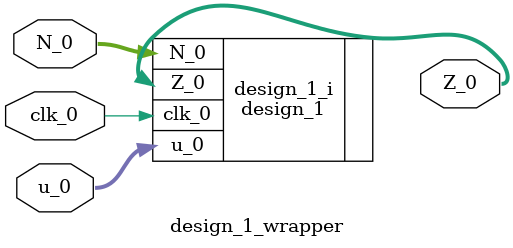
<source format=v>
`timescale 1 ps / 1 ps

module design_1_wrapper
   (N_0,
    Z_0,
    clk_0,
    u_0);
  input [7:0]N_0;
  output [31:0]Z_0;
  input clk_0;
  input [7:0]u_0;

  wire [7:0]N_0;
  wire [31:0]Z_0;
  wire clk_0;
  wire [7:0]u_0;

  design_1 design_1_i
       (.N_0(N_0),
        .Z_0(Z_0),
        .clk_0(clk_0),
        .u_0(u_0));
endmodule

</source>
